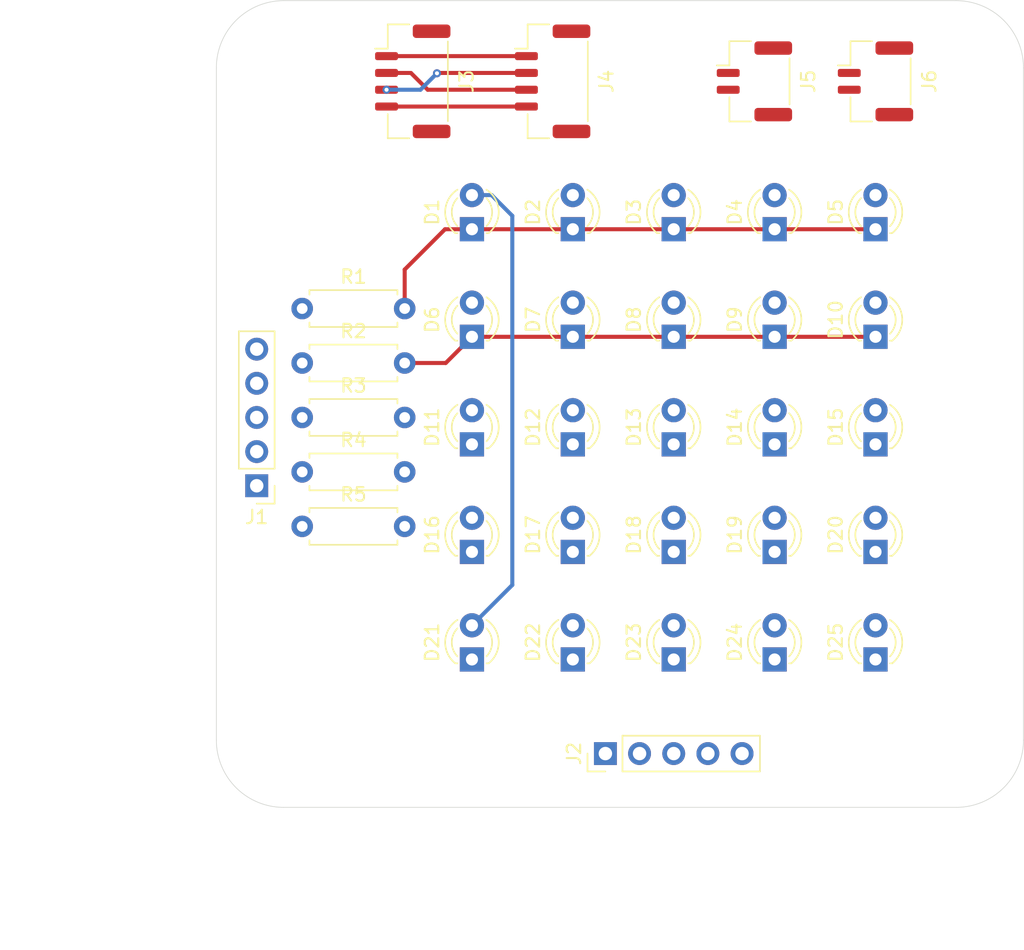
<source format=kicad_pcb>
(kicad_pcb (version 20240108) (generator "pcbnew") (generator_version "8.0")
  (layers (0 "F.Cu" signal) (31 "B.Cu" signal) (34 "B.Paste" user) (35 "F.Paste" user) (36 "B.SilkS" user "B.Silkscreen") (37 "F.SilkS" user "F.Silkscreen") (38 "B.Mask" user) (39 "F.Mask" user) (44 "Edge.Cuts" user))
  (net 0 "")
  (net 1 "Net-(D1-K)")
  (net 2 "Net-(D1-A)")
  (net 3 "Net-(D12-A)")
  (net 4 "Net-(D13-A)")
  (net 5 "Net-(D14-A)")
  (net 6 "Net-(D10-A)")
  (net 7 "Net-(D10-K)")
  (net 8 "Net-(D11-K)")
  (net 9 "Net-(D16-K)")
  (net 10 "Net-(D21-K)")
  (net 11 "Net-(J1-Pin_4)")
  (net 12 "Net-(J1-Pin_3)")
  (net 13 "Net-(J1-Pin_5)")
  (net 14 "Net-(J1-Pin_2)")
  (net 15 "Net-(J1-Pin_1)")
  (net 16 "+3V3")
  (net 17 "GND")
  (net 18 "/TX")
  (net 19 "/RX")
  (net 20 "/CAN_H")
  (net 21 "/CAN_L")
  (footprint "LED_THT:LED_D3.0mm" (layer "F.Cu") (at 99 62 90)
    (property "Reference" "D5" (at 1.27 -2.96 90) (layer "F.SilkS"))
    (property "Value" "LED")
    (fp_line (start -0.29 -1.236) (end -0.29 -1.08) (stroke (width 0.12)) (layer "F.SilkS"))
    (fp_line (start -0.29 1.08) (end -0.29 1.236) (stroke (width 0.12)) (layer "F.SilkS"))
    (fp_arc (start -0.29 -1.235516) (mid 1.366487 -1.987659) (end 2.942335 -1.078608) (stroke (width 0.12)) (layer "F.SilkS"))
    (fp_arc (start 0.229039 -1.08) (mid 1.270117 -1.5) (end 2.31113 -1.079837) (stroke (width 0.12)) (layer "F.SilkS"))
    (fp_arc (start 2.942335 1.078608) (mid 1.366487 1.987659) (end -0.29 1.235516) (stroke (width 0.12)) (layer "F.SilkS"))
    (fp_arc (start 2.31113 1.079837) (mid 1.270117 1.5) (end 0.229039 1.08) (stroke (width 0.12)) (layer "F.SilkS"))
    (pad "1" thru_hole rect (at 0 0 90) (size 1.8 1.8) (drill 0.9) (layers "*.Cu" "*.Mask") (net 1 "Net-(D1-K)"))
    (pad "2" thru_hole circle (at 2.54 0 90) (size 1.8 1.8) (drill 0.9) (layers "*.Cu" "*.Mask") (net 6 "Net-(D10-A)"))
  )
  (footprint "Resistor_THT:R_Axial_DIN0207_L6.3mm_D2.5mm_P7.62mm_Horizontal" (layer "F.Cu") (at 56.38 76)
    (property "Reference" "R3" (at 3.81 -2.37 0) (layer "F.SilkS"))
    (property "Value" "R_US")
    (fp_line (start 0.54 -1.37) (end 7.08 -1.37) (stroke (width 0.12)) (layer "F.SilkS"))
    (fp_line (start 0.54 -1.04) (end 0.54 -1.37) (stroke (width 0.12)) (layer "F.SilkS"))
    (fp_line (start 0.54 1.04) (end 0.54 1.37) (stroke (width 0.12)) (layer "F.SilkS"))
    (fp_line (start 0.54 1.37) (end 7.08 1.37) (stroke (width 0.12)) (layer "F.SilkS"))
    (fp_line (start 7.08 -1.37) (end 7.08 -1.04) (stroke (width 0.12)) (layer "F.SilkS"))
    (fp_line (start 7.08 1.37) (end 7.08 1.04) (stroke (width 0.12)) (layer "F.SilkS"))
    (pad "1" thru_hole circle (at 0 0) (size 1.6 1.6) (drill 0.8) (layers "*.Cu" "*.Mask") (net 12 "Net-(J1-Pin_3)"))
    (pad "2" thru_hole oval (at 7.62 0) (size 1.6 1.6) (drill 0.8) (layers "*.Cu" "*.Mask") (net 8 "Net-(D11-K)"))
  )
  (footprint "LED_THT:LED_D3.0mm" (layer "F.Cu") (at 99 70 90)
    (property "Reference" "D10" (at 1.27 -2.96 90) (layer "F.SilkS"))
    (property "Value" "LED")
    (fp_line (start -0.29 -1.236) (end -0.29 -1.08) (stroke (width 0.12)) (layer "F.SilkS"))
    (fp_line (start -0.29 1.08) (end -0.29 1.236) (stroke (width 0.12)) (layer "F.SilkS"))
    (fp_arc (start -0.29 -1.235516) (mid 1.366487 -1.987659) (end 2.942335 -1.078608) (stroke (width 0.12)) (layer "F.SilkS"))
    (fp_arc (start 0.229039 -1.08) (mid 1.270117 -1.5) (end 2.31113 -1.079837) (stroke (width 0.12)) (layer "F.SilkS"))
    (fp_arc (start 2.942335 1.078608) (mid 1.366487 1.987659) (end -0.29 1.235516) (stroke (width 0.12)) (layer "F.SilkS"))
    (fp_arc (start 2.31113 1.079837) (mid 1.270117 1.5) (end 0.229039 1.08) (stroke (width 0.12)) (layer "F.SilkS"))
    (pad "1" thru_hole rect (at 0 0 90) (size 1.8 1.8) (drill 0.9) (layers "*.Cu" "*.Mask") (net 7 "Net-(D10-K)"))
    (pad "2" thru_hole circle (at 2.54 0 90) (size 1.8 1.8) (drill 0.9) (layers "*.Cu" "*.Mask") (net 6 "Net-(D10-A)"))
  )
  (footprint "Resistor_THT:R_Axial_DIN0207_L6.3mm_D2.5mm_P7.62mm_Horizontal" (layer "F.Cu") (at 56.38 84.1)
    (property "Reference" "R5" (at 3.81 -2.37 0) (layer "F.SilkS"))
    (property "Value" "R_US")
    (fp_line (start 0.54 -1.37) (end 7.08 -1.37) (stroke (width 0.12)) (layer "F.SilkS"))
    (fp_line (start 0.54 -1.04) (end 0.54 -1.37) (stroke (width 0.12)) (layer "F.SilkS"))
    (fp_line (start 0.54 1.04) (end 0.54 1.37) (stroke (width 0.12)) (layer "F.SilkS"))
    (fp_line (start 0.54 1.37) (end 7.08 1.37) (stroke (width 0.12)) (layer "F.SilkS"))
    (fp_line (start 7.08 -1.37) (end 7.08 -1.04) (stroke (width 0.12)) (layer "F.SilkS"))
    (fp_line (start 7.08 1.37) (end 7.08 1.04) (stroke (width 0.12)) (layer "F.SilkS"))
    (pad "1" thru_hole circle (at 0 0) (size 1.6 1.6) (drill 0.8) (layers "*.Cu" "*.Mask") (net 15 "Net-(J1-Pin_1)"))
    (pad "2" thru_hole oval (at 7.62 0) (size 1.6 1.6) (drill 0.8) (layers "*.Cu" "*.Mask") (net 10 "Net-(D21-K)"))
  )
  (footprint "Connector_PinHeader_2.54mm:PinHeader_1x05_P2.54mm_Vertical" (layer "F.Cu") (at 53 81.08 180)
    (property "Reference" "J1" (at 0 -2.33 360) (layer "F.SilkS"))
    (property "Value" "Conn_01x05")
    (fp_line (start 1.33 1.27) (end 1.33 11.49) (stroke (width 0.12)) (layer "F.SilkS"))
    (fp_line (start -1.33 11.49) (end 1.33 11.49) (stroke (width 0.12)) (layer "F.SilkS"))
    (fp_line (start -1.33 1.27) (end 1.33 1.27) (stroke (width 0.12)) (layer "F.SilkS"))
    (fp_line (start -1.33 1.27) (end -1.33 11.49) (stroke (width 0.12)) (layer "F.SilkS"))
    (fp_line (start -1.33 0) (end -1.33 -1.33) (stroke (width 0.12)) (layer "F.SilkS"))
    (fp_line (start -1.33 -1.33) (end 0 -1.33) (stroke (width 0.12)) (layer "F.SilkS"))
    (pad "1" thru_hole rect (at 0 0 180) (size 1.7 1.7) (drill 1) (layers "*.Cu" "*.Mask") (net 15 "Net-(J1-Pin_1)"))
    (pad "2" thru_hole oval (at 0 2.54 180) (size 1.7 1.7) (drill 1) (layers "*.Cu" "*.Mask") (net 14 "Net-(J1-Pin_2)"))
    (pad "3" thru_hole oval (at 0 5.08 180) (size 1.7 1.7) (drill 1) (layers "*.Cu" "*.Mask") (net 12 "Net-(J1-Pin_3)"))
    (pad "4" thru_hole oval (at 0 7.62 180) (size 1.7 1.7) (drill 1) (layers "*.Cu" "*.Mask") (net 11 "Net-(J1-Pin_4)"))
    (pad "5" thru_hole oval (at 0 10.16 180) (size 1.7 1.7) (drill 1) (layers "*.Cu" "*.Mask") (net 13 "Net-(J1-Pin_5)"))
  )
  (footprint "LED_THT:LED_D3.0mm" (layer "F.Cu") (at 76.5 70 90)
    (property "Reference" "D7" (at 1.27 -2.96 90) (layer "F.SilkS"))
    (property "Value" "LED")
    (fp_line (start -0.29 -1.236) (end -0.29 -1.08) (stroke (width 0.12)) (layer "F.SilkS"))
    (fp_line (start -0.29 1.08) (end -0.29 1.236) (stroke (width 0.12)) (layer "F.SilkS"))
    (fp_arc (start -0.29 -1.235516) (mid 1.366487 -1.987659) (end 2.942335 -1.078608) (stroke (width 0.12)) (layer "F.SilkS"))
    (fp_arc (start 0.229039 -1.08) (mid 1.270117 -1.5) (end 2.31113 -1.079837) (stroke (width 0.12)) (layer "F.SilkS"))
    (fp_arc (start 2.942335 1.078608) (mid 1.366487 1.987659) (end -0.29 1.235516) (stroke (width 0.12)) (layer "F.SilkS"))
    (fp_arc (start 2.31113 1.079837) (mid 1.270117 1.5) (end 0.229039 1.08) (stroke (width 0.12)) (layer "F.SilkS"))
    (pad "1" thru_hole rect (at 0 0 90) (size 1.8 1.8) (drill 0.9) (layers "*.Cu" "*.Mask") (net 7 "Net-(D10-K)"))
    (pad "2" thru_hole circle (at 2.54 0 90) (size 1.8 1.8) (drill 0.9) (layers "*.Cu" "*.Mask") (net 3 "Net-(D12-A)"))
  )
  (footprint "LED_THT:LED_D3.0mm" (layer "F.Cu") (at 69 70 90)
    (property "Reference" "D6" (at 1.27 -2.96 90) (layer "F.SilkS"))
    (property "Value" "LED")
    (fp_line (start -0.29 -1.236) (end -0.29 -1.08) (stroke (width 0.12)) (layer "F.SilkS"))
    (fp_line (start -0.29 1.08) (end -0.29 1.236) (stroke (width 0.12)) (layer "F.SilkS"))
    (fp_arc (start -0.29 -1.235516) (mid 1.366487 -1.987659) (end 2.942335 -1.078608) (stroke (width 0.12)) (layer "F.SilkS"))
    (fp_arc (start 0.229039 -1.08) (mid 1.270117 -1.5) (end 2.31113 -1.079837) (stroke (width 0.12)) (layer "F.SilkS"))
    (fp_arc (start 2.942335 1.078608) (mid 1.366487 1.987659) (end -0.29 1.235516) (stroke (width 0.12)) (layer "F.SilkS"))
    (fp_arc (start 2.31113 1.079837) (mid 1.270117 1.5) (end 0.229039 1.08) (stroke (width 0.12)) (layer "F.SilkS"))
    (pad "1" thru_hole rect (at 0 0 90) (size 1.8 1.8) (drill 0.9) (layers "*.Cu" "*.Mask") (net 7 "Net-(D10-K)"))
    (pad "2" thru_hole circle (at 2.54 0 90) (size 1.8 1.8) (drill 0.9) (layers "*.Cu" "*.Mask") (net 2 "Net-(D1-A)"))
  )
  (footprint "LED_THT:LED_D3.0mm" (layer "F.Cu") (at 91.5 78 90)
    (property "Reference" "D14" (at 1.27 -2.96 90) (layer "F.SilkS"))
    (property "Value" "LED")
    (fp_line (start -0.29 -1.236) (end -0.29 -1.08) (stroke (width 0.12)) (layer "F.SilkS"))
    (fp_line (start -0.29 1.08) (end -0.29 1.236) (stroke (width 0.12)) (layer "F.SilkS"))
    (fp_arc (start -0.29 -1.235516) (mid 1.366487 -1.987659) (end 2.942335 -1.078608) (stroke (width 0.12)) (layer "F.SilkS"))
    (fp_arc (start 0.229039 -1.08) (mid 1.270117 -1.5) (end 2.31113 -1.079837) (stroke (width 0.12)) (layer "F.SilkS"))
    (fp_arc (start 2.942335 1.078608) (mid 1.366487 1.987659) (end -0.29 1.235516) (stroke (width 0.12)) (layer "F.SilkS"))
    (fp_arc (start 2.31113 1.079837) (mid 1.270117 1.5) (end 0.229039 1.08) (stroke (width 0.12)) (layer "F.SilkS"))
    (pad "1" thru_hole rect (at 0 0 90) (size 1.8 1.8) (drill 0.9) (layers "*.Cu" "*.Mask") (net 8 "Net-(D11-K)"))
    (pad "2" thru_hole circle (at 2.54 0 90) (size 1.8 1.8) (drill 0.9) (layers "*.Cu" "*.Mask") (net 5 "Net-(D14-A)"))
  )
  (footprint "LED_THT:LED_D3.0mm" (layer "F.Cu") (at 99 94 90)
    (property "Reference" "D25" (at 1.27 -2.96 90) (layer "F.SilkS"))
    (property "Value" "LED")
    (fp_line (start -0.29 -1.236) (end -0.29 -1.08) (stroke (width 0.12)) (layer "F.SilkS"))
    (fp_line (start -0.29 1.08) (end -0.29 1.236) (stroke (width 0.12)) (layer "F.SilkS"))
    (fp_arc (start -0.29 -1.235516) (mid 1.366487 -1.987659) (end 2.942335 -1.078608) (stroke (width 0.12)) (layer "F.SilkS"))
    (fp_arc (start 0.229039 -1.08) (mid 1.270117 -1.5) (end 2.31113 -1.079837) (stroke (width 0.12)) (layer "F.SilkS"))
    (fp_arc (start 2.942335 1.078608) (mid 1.366487 1.987659) (end -0.29 1.235516) (stroke (width 0.12)) (layer "F.SilkS"))
    (fp_arc (start 2.31113 1.079837) (mid 1.270117 1.5) (end 0.229039 1.08) (stroke (width 0.12)) (layer "F.SilkS"))
    (pad "1" thru_hole rect (at 0 0 90) (size 1.8 1.8) (drill 0.9) (layers "*.Cu" "*.Mask") (net 10 "Net-(D21-K)"))
    (pad "2" thru_hole circle (at 2.54 0 90) (size 1.8 1.8) (drill 0.9) (layers "*.Cu" "*.Mask") (net 6 "Net-(D10-A)"))
  )
  (footprint "LED_THT:LED_D3.0mm" (layer "F.Cu") (at 99 86 90)
    (property "Reference" "D20" (at 1.27 -2.96 90) (layer "F.SilkS"))
    (property "Value" "LED")
    (fp_line (start -0.29 -1.236) (end -0.29 -1.08) (stroke (width 0.12)) (layer "F.SilkS"))
    (fp_line (start -0.29 1.08) (end -0.29 1.236) (stroke (width 0.12)) (layer "F.SilkS"))
    (fp_arc (start -0.29 -1.235516) (mid 1.366487 -1.987659) (end 2.942335 -1.078608) (stroke (width 0.12)) (layer "F.SilkS"))
    (fp_arc (start 0.229039 -1.08) (mid 1.270117 -1.5) (end 2.31113 -1.079837) (stroke (width 0.12)) (layer "F.SilkS"))
    (fp_arc (start 2.942335 1.078608) (mid 1.366487 1.987659) (end -0.29 1.235516) (stroke (width 0.12)) (layer "F.SilkS"))
    (fp_arc (start 2.31113 1.079837) (mid 1.270117 1.5) (end 0.229039 1.08) (stroke (width 0.12)) (layer "F.SilkS"))
    (pad "1" thru_hole rect (at 0 0 90) (size 1.8 1.8) (drill 0.9) (layers "*.Cu" "*.Mask") (net 9 "Net-(D16-K)"))
    (pad "2" thru_hole circle (at 2.54 0 90) (size 1.8 1.8) (drill 0.9) (layers "*.Cu" "*.Mask") (net 6 "Net-(D10-A)"))
  )
  (footprint "LED_THT:LED_D3.0mm" (layer "F.Cu") (at 84 78 90)
    (property "Reference" "D13" (at 1.27 -2.96 90) (layer "F.SilkS"))
    (property "Value" "LED")
    (fp_line (start -0.29 -1.236) (end -0.29 -1.08) (stroke (width 0.12)) (layer "F.SilkS"))
    (fp_line (start -0.29 1.08) (end -0.29 1.236) (stroke (width 0.12)) (layer "F.SilkS"))
    (fp_arc (start -0.29 -1.235516) (mid 1.366487 -1.987659) (end 2.942335 -1.078608) (stroke (width 0.12)) (layer "F.SilkS"))
    (fp_arc (start 0.229039 -1.08) (mid 1.270117 -1.5) (end 2.31113 -1.079837) (stroke (width 0.12)) (layer "F.SilkS"))
    (fp_arc (start 2.942335 1.078608) (mid 1.366487 1.987659) (end -0.29 1.235516) (stroke (width 0.12)) (layer "F.SilkS"))
    (fp_arc (start 2.31113 1.079837) (mid 1.270117 1.5) (end 0.229039 1.08) (stroke (width 0.12)) (layer "F.SilkS"))
    (pad "1" thru_hole rect (at 0 0 90) (size 1.8 1.8) (drill 0.9) (layers "*.Cu" "*.Mask") (net 8 "Net-(D11-K)"))
    (pad "2" thru_hole circle (at 2.54 0 90) (size 1.8 1.8) (drill 0.9) (layers "*.Cu" "*.Mask") (net 4 "Net-(D13-A)"))
  )
  (footprint "LED_THT:LED_D3.0mm" (layer "F.Cu") (at 99 78 90)
    (property "Reference" "D15" (at 1.27 -2.96 90) (layer "F.SilkS"))
    (property "Value" "LED")
    (fp_line (start -0.29 -1.236) (end -0.29 -1.08) (stroke (width 0.12)) (layer "F.SilkS"))
    (fp_line (start -0.29 1.08) (end -0.29 1.236) (stroke (width 0.12)) (layer "F.SilkS"))
    (fp_arc (start -0.29 -1.235516) (mid 1.366487 -1.987659) (end 2.942335 -1.078608) (stroke (width 0.12)) (layer "F.SilkS"))
    (fp_arc (start 0.229039 -1.08) (mid 1.270117 -1.5) (end 2.31113 -1.079837) (stroke (width 0.12)) (layer "F.SilkS"))
    (fp_arc (start 2.942335 1.078608) (mid 1.366487 1.987659) (end -0.29 1.235516) (stroke (width 0.12)) (layer "F.SilkS"))
    (fp_arc (start 2.31113 1.079837) (mid 1.270117 1.5) (end 0.229039 1.08) (stroke (width 0.12)) (layer "F.SilkS"))
    (pad "1" thru_hole rect (at 0 0 90) (size 1.8 1.8) (drill 0.9) (layers "*.Cu" "*.Mask") (net 8 "Net-(D11-K)"))
    (pad "2" thru_hole circle (at 2.54 0 90) (size 1.8 1.8) (drill 0.9) (layers "*.Cu" "*.Mask") (net 6 "Net-(D10-A)"))
  )
  (footprint "Connector_JST:JST_GH_BM02B-GHS-TBT_1x02-1MP_P1.25mm_Vertical" (layer "F.Cu") (at 90 51 -90)
    (property "Reference" "J5" (at 0 -4 90) (layer "F.SilkS"))
    (property "Value" "Conn_01x02")
    (fp_line (start -2.985 1.86) (end -1.185 1.86) (stroke (width 0.12)) (layer "F.SilkS"))
    (fp_line (start -1.185 1.86) (end -1.185 2.8) (stroke (width 0.12)) (layer "F.SilkS"))
    (fp_line (start 2.985 1.86) (end 1.185 1.86) (stroke (width 0.12)) (layer "F.SilkS"))
    (fp_line (start -2.985 0.26) (end -2.985 1.86) (stroke (width 0.12)) (layer "F.SilkS"))
    (fp_line (start 2.985 0.26) (end 2.985 1.86) (stroke (width 0.12)) (layer "F.SilkS"))
    (fp_line (start -1.715 -2.61) (end 1.715 -2.61) (stroke (width 0.12)) (layer "F.SilkS"))
    (pad "1" smd roundrect (at -0.625 1.95 270) (size 0.6 1.7) (layers "F.Cu" "F.Paste" "F.Mask") (net 20 "/CAN_H"))
    (pad "2" smd roundrect (at 0.625 1.95 270) (size 0.6 1.7) (layers "F.Cu" "F.Paste" "F.Mask") (net 21 "/CAN_L"))
    (pad "MP" smd roundrect (at -2.475 -1.4 270) (size 1 2.8) (layers "F.Cu" "F.Paste" "F.Mask"))
    (pad "MP" smd roundrect (at 2.475 -1.4 270) (size 1 2.8) (layers "F.Cu" "F.Paste" "F.Mask"))
  )
  (footprint "LED_THT:LED_D3.0mm" (layer "F.Cu") (at 91.5 94 90)
    (property "Reference" "D24" (at 1.27 -2.96 90) (layer "F.SilkS"))
    (property "Value" "LED")
    (fp_line (start -0.29 -1.236) (end -0.29 -1.08) (stroke (width 0.12)) (layer "F.SilkS"))
    (fp_line (start -0.29 1.08) (end -0.29 1.236) (stroke (width 0.12)) (layer "F.SilkS"))
    (fp_arc (start -0.29 -1.235516) (mid 1.366487 -1.987659) (end 2.942335 -1.078608) (stroke (width 0.12)) (layer "F.SilkS"))
    (fp_arc (start 0.229039 -1.08) (mid 1.270117 -1.5) (end 2.31113 -1.079837) (stroke (width 0.12)) (layer "F.SilkS"))
    (fp_arc (start 2.942335 1.078608) (mid 1.366487 1.987659) (end -0.29 1.235516) (stroke (width 0.12)) (layer "F.SilkS"))
    (fp_arc (start 2.31113 1.079837) (mid 1.270117 1.5) (end 0.229039 1.08) (stroke (width 0.12)) (layer "F.SilkS"))
    (pad "1" thru_hole rect (at 0 0 90) (size 1.8 1.8) (drill 0.9) (layers "*.Cu" "*.Mask") (net 10 "Net-(D21-K)"))
    (pad "2" thru_hole circle (at 2.54 0 90) (size 1.8 1.8) (drill 0.9) (layers "*.Cu" "*.Mask") (net 5 "Net-(D14-A)"))
  )
  (footprint "Connector_JST:JST_GH_BM04B-GHS-TBT_1x04-1MP_P1.25mm_Vertical" (layer "F.Cu") (at 75 51 -90)
    (property "Reference" "J4" (at 0 -4 90) (layer "F.SilkS"))
    (property "Value" "Conn_01x04")
    (fp_line (start -4.235 1.86) (end -2.435 1.86) (stroke (width 0.12)) (layer "F.SilkS"))
    (fp_line (start -2.435 1.86) (end -2.435 2.8) (stroke (width 0.12)) (layer "F.SilkS"))
    (fp_line (start 4.235 1.86) (end 2.435 1.86) (stroke (width 0.12)) (layer "F.SilkS"))
    (fp_line (start -4.235 0.26) (end -4.235 1.86) (stroke (width 0.12)) (layer "F.SilkS"))
    (fp_line (start 4.235 0.26) (end 4.235 1.86) (stroke (width 0.12)) (layer "F.SilkS"))
    (fp_line (start -2.965 -2.61) (end 2.965 -2.61) (stroke (width 0.12)) (layer "F.SilkS"))
    (pad "1" smd roundrect (at -1.875 1.95 270) (size 0.6 1.7) (layers "F.Cu" "F.Paste" "F.Mask") (net 16 "+3V3"))
    (pad "2" smd roundrect (at -0.625 1.95 270) (size 0.6 1.7) (layers "F.Cu" "F.Paste" "F.Mask") (net 19 "/RX"))
    (pad "3" smd roundrect (at 0.625 1.95 270) (size 0.6 1.7) (layers "F.Cu" "F.Paste" "F.Mask") (net 18 "/TX"))
    (pad "4" smd roundrect (at 1.875 1.95 270) (size 0.6 1.7) (layers "F.Cu" "F.Paste" "F.Mask") (net 17 "GND"))
    (pad "MP" smd roundrect (at -3.725 -1.4 270) (size 1 2.8) (layers "F.Cu" "F.Paste" "F.Mask"))
    (pad "MP" smd roundrect (at 3.725 -1.4 270) (size 1 2.8) (layers "F.Cu" "F.Paste" "F.Mask"))
  )
  (footprint "LED_THT:LED_D3.0mm" (layer "F.Cu") (at 76.5 94 90)
    (property "Reference" "D22" (at 1.27 -2.96 90) (layer "F.SilkS"))
    (property "Value" "LED")
    (fp_line (start -0.29 -1.236) (end -0.29 -1.08) (stroke (width 0.12)) (layer "F.SilkS"))
    (fp_line (start -0.29 1.08) (end -0.29 1.236) (stroke (width 0.12)) (layer "F.SilkS"))
    (fp_arc (start -0.29 -1.235516) (mid 1.366487 -1.987659) (end 2.942335 -1.078608) (stroke (width 0.12)) (layer "F.SilkS"))
    (fp_arc (start 0.229039 -1.08) (mid 1.270117 -1.5) (end 2.31113 -1.079837) (stroke (width 0.12)) (layer "F.SilkS"))
    (fp_arc (start 2.942335 1.078608) (mid 1.366487 1.987659) (end -0.29 1.235516) (stroke (width 0.12)) (layer "F.SilkS"))
    (fp_arc (start 2.31113 1.079837) (mid 1.270117 1.5) (end 0.229039 1.08) (stroke (width 0.12)) (layer "F.SilkS"))
    (pad "1" thru_hole rect (at 0 0 90) (size 1.8 1.8) (drill 0.9) (layers "*.Cu" "*.Mask") (net 10 "Net-(D21-K)"))
    (pad "2" thru_hole circle (at 2.54 0 90) (size 1.8 1.8) (drill 0.9) (layers "*.Cu" "*.Mask") (net 3 "Net-(D12-A)"))
  )
  (footprint "LED_THT:LED_D3.0mm" (layer "F.Cu") (at 69 94 90)
    (property "Reference" "D21" (at 1.27 -2.96 90) (layer "F.SilkS"))
    (property "Value" "LED")
    (fp_line (start -0.29 -1.236) (end -0.29 -1.08) (stroke (width 0.12)) (layer "F.SilkS"))
    (fp_line (start -0.29 1.08) (end -0.29 1.236) (stroke (width 0.12)) (layer "F.SilkS"))
    (fp_arc (start -0.29 -1.235516) (mid 1.366487 -1.987659) (end 2.942335 -1.078608) (stroke (width 0.12)) (layer "F.SilkS"))
    (fp_arc (start 0.229039 -1.08) (mid 1.270117 -1.5) (end 2.31113 -1.079837) (stroke (width 0.12)) (layer "F.SilkS"))
    (fp_arc (start 2.942335 1.078608) (mid 1.366487 1.987659) (end -0.29 1.235516) (stroke (width 0.12)) (layer "F.SilkS"))
    (fp_arc (start 2.31113 1.079837) (mid 1.270117 1.5) (end 0.229039 1.08) (stroke (width 0.12)) (layer "F.SilkS"))
    (pad "1" thru_hole rect (at 0 0 90) (size 1.8 1.8) (drill 0.9) (layers "*.Cu" "*.Mask") (net 10 "Net-(D21-K)"))
    (pad "2" thru_hole circle (at 2.54 0 90) (size 1.8 1.8) (drill 0.9) (layers "*.Cu" "*.Mask") (net 2 "Net-(D1-A)"))
  )
  (footprint "LED_THT:LED_D3.0mm" (layer "F.Cu") (at 76.5 78 90)
    (property "Reference" "D12" (at 1.27 -2.96 90) (layer "F.SilkS"))
    (property "Value" "LED")
    (fp_line (start -0.29 -1.236) (end -0.29 -1.08) (stroke (width 0.12)) (layer "F.SilkS"))
    (fp_line (start -0.29 1.08) (end -0.29 1.236) (stroke (width 0.12)) (layer "F.SilkS"))
    (fp_arc (start -0.29 -1.235516) (mid 1.366487 -1.987659) (end 2.942335 -1.078608) (stroke (width 0.12)) (layer "F.SilkS"))
    (fp_arc (start 0.229039 -1.08) (mid 1.270117 -1.5) (end 2.31113 -1.079837) (stroke (width 0.12)) (layer "F.SilkS"))
    (fp_arc (start 2.942335 1.078608) (mid 1.366487 1.987659) (end -0.29 1.235516) (stroke (width 0.12)) (layer "F.SilkS"))
    (fp_arc (start 2.31113 1.079837) (mid 1.270117 1.5) (end 0.229039 1.08) (stroke (width 0.12)) (layer "F.SilkS"))
    (pad "1" thru_hole rect (at 0 0 90) (size 1.8 1.8) (drill 0.9) (layers "*.Cu" "*.Mask") (net 8 "Net-(D11-K)"))
    (pad "2" thru_hole circle (at 2.54 0 90) (size 1.8 1.8) (drill 0.9) (layers "*.Cu" "*.Mask") (net 3 "Net-(D12-A)"))
  )
  (footprint "LED_THT:LED_D3.0mm" (layer "F.Cu") (at 84 62 90)
    (property "Reference" "D3" (at 1.27 -2.96 90) (layer "F.SilkS"))
    (property "Value" "LED")
    (fp_line (start -0.29 -1.236) (end -0.29 -1.08) (stroke (width 0.12)) (layer "F.SilkS"))
    (fp_line (start -0.29 1.08) (end -0.29 1.236) (stroke (width 0.12)) (layer "F.SilkS"))
    (fp_arc (start -0.29 -1.235516) (mid 1.366487 -1.987659) (end 2.942335 -1.078608) (stroke (width 0.12)) (layer "F.SilkS"))
    (fp_arc (start 0.229039 -1.08) (mid 1.270117 -1.5) (end 2.31113 -1.079837) (stroke (width 0.12)) (layer "F.SilkS"))
    (fp_arc (start 2.942335 1.078608) (mid 1.366487 1.987659) (end -0.29 1.235516) (stroke (width 0.12)) (layer "F.SilkS"))
    (fp_arc (start 2.31113 1.079837) (mid 1.270117 1.5) (end 0.229039 1.08) (stroke (width 0.12)) (layer "F.SilkS"))
    (pad "1" thru_hole rect (at 0 0 90) (size 1.8 1.8) (drill 0.9) (layers "*.Cu" "*.Mask") (net 1 "Net-(D1-K)"))
    (pad "2" thru_hole circle (at 2.54 0 90) (size 1.8 1.8) (drill 0.9) (layers "*.Cu" "*.Mask") (net 4 "Net-(D13-A)"))
  )
  (footprint "LED_THT:LED_D3.0mm" (layer "F.Cu") (at 91.5 86 90)
    (property "Reference" "D19" (at 1.27 -2.96 90) (layer "F.SilkS"))
    (property "Value" "LED")
    (fp_line (start -0.29 -1.236) (end -0.29 -1.08) (stroke (width 0.12)) (layer "F.SilkS"))
    (fp_line (start -0.29 1.08) (end -0.29 1.236) (stroke (width 0.12)) (layer "F.SilkS"))
    (fp_arc (start -0.29 -1.235516) (mid 1.366487 -1.987659) (end 2.942335 -1.078608) (stroke (width 0.12)) (layer "F.SilkS"))
    (fp_arc (start 0.229039 -1.08) (mid 1.270117 -1.5) (end 2.31113 -1.079837) (stroke (width 0.12)) (layer "F.SilkS"))
    (fp_arc (start 2.942335 1.078608) (mid 1.366487 1.987659) (end -0.29 1.235516) (stroke (width 0.12)) (layer "F.SilkS"))
    (fp_arc (start 2.31113 1.079837) (mid 1.270117 1.5) (end 0.229039 1.08) (stroke (width 0.12)) (layer "F.SilkS"))
    (pad "1" thru_hole rect (at 0 0 90) (size 1.8 1.8) (drill 0.9) (layers "*.Cu" "*.Mask") (net 9 "Net-(D16-K)"))
    (pad "2" thru_hole circle (at 2.54 0 90) (size 1.8 1.8) (drill 0.9) (layers "*.Cu" "*.Mask") (net 5 "Net-(D14-A)"))
  )
  (footprint "LED_THT:LED_D3.0mm" (layer "F.Cu") (at 91.5 62 90)
    (property "Reference" "D4" (at 1.27 -2.96 90) (layer "F.SilkS"))
    (property "Value" "LED")
    (fp_line (start -0.29 -1.236) (end -0.29 -1.08) (stroke (width 0.12)) (layer "F.SilkS"))
    (fp_line (start -0.29 1.08) (end -0.29 1.236) (stroke (width 0.12)) (layer "F.SilkS"))
    (fp_arc (start -0.29 -1.235516) (mid 1.366487 -1.987659) (end 2.942335 -1.078608) (stroke (width 0.12)) (layer "F.SilkS"))
    (fp_arc (start 0.229039 -1.08) (mid 1.270117 -1.5) (end 2.31113 -1.079837) (stroke (width 0.12)) (layer "F.SilkS"))
    (fp_arc (start 2.942335 1.078608) (mid 1.366487 1.987659) (end -0.29 1.235516) (stroke (width 0.12)) (layer "F.SilkS"))
    (fp_arc (start 2.31113 1.079837) (mid 1.270117 1.5) (end 0.229039 1.08) (stroke (width 0.12)) (layer "F.SilkS"))
    (pad "1" thru_hole rect (at 0 0 90) (size 1.8 1.8) (drill 0.9) (layers "*.Cu" "*.Mask") (net 1 "Net-(D1-K)"))
    (pad "2" thru_hole circle (at 2.54 0 90) (size 1.8 1.8) (drill 0.9) (layers "*.Cu" "*.Mask") (net 5 "Net-(D14-A)"))
  )
  (footprint "Resistor_THT:R_Axial_DIN0207_L6.3mm_D2.5mm_P7.62mm_Horizontal" (layer "F.Cu") (at 56.38 80.05)
    (property "Reference" "R4" (at 3.81 -2.37 0) (layer "F.SilkS"))
    (property "Value" "R_US")
    (fp_line (start 0.54 -1.37) (end 7.08 -1.37) (stroke (width 0.12)) (layer "F.SilkS"))
    (fp_line (start 0.54 -1.04) (end 0.54 -1.37) (stroke (width 0.12)) (layer "F.SilkS"))
    (fp_line (start 0.54 1.04) (end 0.54 1.37) (stroke (width 0.12)) (layer "F.SilkS"))
    (fp_line (start 0.54 1.37) (end 7.08 1.37) (stroke (width 0.12)) (layer "F.SilkS"))
    (fp_line (start 7.08 -1.37) (end 7.08 -1.04) (stroke (width 0.12)) (layer "F.SilkS"))
    (fp_line (start 7.08 1.37) (end 7.08 1.04) (stroke (width 0.12)) (layer "F.SilkS"))
    (pad "1" thru_hole circle (at 0 0) (size 1.6 1.6) (drill 0.8) (layers "*.Cu" "*.Mask") (net 14 "Net-(J1-Pin_2)"))
    (pad "2" thru_hole oval (at 7.62 0) (size 1.6 1.6) (drill 0.8) (layers "*.Cu" "*.Mask") (net 9 "Net-(D16-K)"))
  )
  (footprint "LED_THT:LED_D3.0mm" (layer "F.Cu") (at 91.5 70 90)
    (property "Reference" "D9" (at 1.27 -2.96 90) (layer "F.SilkS"))
    (property "Value" "LED")
    (fp_line (start -0.29 -1.236) (end -0.29 -1.08) (stroke (width 0.12)) (layer "F.SilkS"))
    (fp_line (start -0.29 1.08) (end -0.29 1.236) (stroke (width 0.12)) (layer "F.SilkS"))
    (fp_arc (start -0.29 -1.235516) (mid 1.366487 -1.987659) (end 2.942335 -1.078608) (stroke (width 0.12)) (layer "F.SilkS"))
    (fp_arc (start 0.229039 -1.08) (mid 1.270117 -1.5) (end 2.31113 -1.079837) (stroke (width 0.12)) (layer "F.SilkS"))
    (fp_arc (start 2.942335 1.078608) (mid 1.366487 1.987659) (end -0.29 1.235516) (stroke (width 0.12)) (layer "F.SilkS"))
    (fp_arc (start 2.31113 1.079837) (mid 1.270117 1.5) (end 0.229039 1.08) (stroke (width 0.12)) (layer "F.SilkS"))
    (pad "1" thru_hole rect (at 0 0 90) (size 1.8 1.8) (drill 0.9) (layers "*.Cu" "*.Mask") (net 7 "Net-(D10-K)"))
    (pad "2" thru_hole circle (at 2.54 0 90) (size 1.8 1.8) (drill 0.9) (layers "*.Cu" "*.Mask") (net 5 "Net-(D14-A)"))
  )
  (footprint "Connector_PinHeader_2.54mm:PinHeader_1x05_P2.54mm_Vertical" (layer "F.Cu") (at 78.92 101 90)
    (property "Reference" "J2" (at 0 -2.33 90) (layer "F.SilkS"))
    (property "Value" "Conn_01x05")
    (fp_line (start -1.33 -1.33) (end 0 -1.33) (stroke (width 0.12)) (layer "F.SilkS"))
    (fp_line (start -1.33 0) (end -1.33 -1.33) (stroke (width 0.12)) (layer "F.SilkS"))
    (fp_line (start 1.33 1.27) (end 1.33 11.49) (stroke (width 0.12)) (layer "F.SilkS"))
    (fp_line (start -1.33 1.27) (end 1.33 1.27) (stroke (width 0.12)) (layer "F.SilkS"))
    (fp_line (start -1.33 1.27) (end -1.33 11.49) (stroke (width 0.12)) (layer "F.SilkS"))
    (fp_line (start -1.33 11.49) (end 1.33 11.49) (stroke (width 0.12)) (layer "F.SilkS"))
    (pad "1" thru_hole rect (at 0 0 90) (size 1.7 1.7) (drill 1) (layers "*.Cu" "*.Mask") (net 2 "Net-(D1-A)"))
    (pad "2" thru_hole oval (at 0 2.54 90) (size 1.7 1.7) (drill 1) (layers "*.Cu" "*.Mask") (net 3 "Net-(D12-A)"))
    (pad "3" thru_hole oval (at 0 5.08 90) (size 1.7 1.7) (drill 1) (layers "*.Cu" "*.Mask") (net 4 "Net-(D13-A)"))
    (pad "4" thru_hole oval (at 0 7.62 90) (size 1.7 1.7) (drill 1) (layers "*.Cu" "*.Mask") (net 5 "Net-(D14-A)"))
    (pad "5" thru_hole oval (at 0 10.16 90) (size 1.7 1.7) (drill 1) (layers "*.Cu" "*.Mask") (net 6 "Net-(D10-A)"))
  )
  (footprint "LED_THT:LED_D3.0mm" (layer "F.Cu") (at 69 86 90)
    (property "Reference" "D16" (at 1.27 -2.96 90) (layer "F.SilkS"))
    (property "Value" "LED")
    (fp_line (start -0.29 -1.236) (end -0.29 -1.08) (stroke (width 0.12)) (layer "F.SilkS"))
    (fp_line (start -0.29 1.08) (end -0.29 1.236) (stroke (width 0.12)) (layer "F.SilkS"))
    (fp_arc (start -0.29 -1.235516) (mid 1.366487 -1.987659) (end 2.942335 -1.078608) (stroke (width 0.12)) (layer "F.SilkS"))
    (fp_arc (start 0.229039 -1.08) (mid 1.270117 -1.5) (end 2.31113 -1.079837) (stroke (width 0.12)) (layer "F.SilkS"))
    (fp_arc (start 2.942335 1.078608) (mid 1.366487 1.987659) (end -0.29 1.235516) (stroke (width 0.12)) (layer "F.SilkS"))
    (fp_arc (start 2.31113 1.079837) (mid 1.270117 1.5) (end 0.229039 1.08) (stroke (width 0.12)) (layer "F.SilkS"))
    (pad "1" thru_hole rect (at 0 0 90) (size 1.8 1.8) (drill 0.9) (layers "*.Cu" "*.Mask") (net 9 "Net-(D16-K)"))
    (pad "2" thru_hole circle (at 2.54 0 90) (size 1.8 1.8) (drill 0.9) (layers "*.Cu" "*.Mask") (net 2 "Net-(D1-A)"))
  )
  (footprint "LED_THT:LED_D3.0mm" (layer "F.Cu") (at 69 78 90)
    (property "Reference" "D11" (at 1.27 -2.96 90) (layer "F.SilkS"))
    (property "Value" "LED")
    (fp_line (start -0.29 -1.236) (end -0.29 -1.08) (stroke (width 0.12)) (layer "F.SilkS"))
    (fp_line (start -0.29 1.08) (end -0.29 1.236) (stroke (width 0.12)) (layer "F.SilkS"))
    (fp_arc (start -0.29 -1.235516) (mid 1.366487 -1.987659) (end 2.942335 -1.078608) (stroke (width 0.12)) (layer "F.SilkS"))
    (fp_arc (start 0.229039 -1.08) (mid 1.270117 -1.5) (end 2.31113 -1.079837) (stroke (width 0.12)) (layer "F.SilkS"))
    (fp_arc (start 2.942335 1.078608) (mid 1.366487 1.987659) (end -0.29 1.235516) (stroke (width 0.12)) (layer "F.SilkS"))
    (fp_arc (start 2.31113 1.079837) (mid 1.270117 1.5) (end 0.229039 1.08) (stroke (width 0.12)) (layer "F.SilkS"))
    (pad "1" thru_hole rect (at 0 0 90) (size 1.8 1.8) (drill 0.9) (layers "*.Cu" "*.Mask") (net 8 "Net-(D11-K)"))
    (pad "2" thru_hole circle (at 2.54 0 90) (size 1.8 1.8) (drill 0.9) (layers "*.Cu" "*.Mask") (net 2 "Net-(D1-A)"))
  )
  (footprint "LED_THT:LED_D3.0mm" (layer "F.Cu") (at 84 70 90)
    (property "Reference" "D8" (at 1.27 -2.96 90) (layer "F.SilkS"))
    (property "Value" "LED")
    (fp_line (start -0.29 -1.236) (end -0.29 -1.08) (stroke (width 0.12)) (layer "F.SilkS"))
    (fp_line (start -0.29 1.08) (end -0.29 1.236) (stroke (width 0.12)) (layer "F.SilkS"))
    (fp_arc (start -0.29 -1.235516) (mid 1.366487 -1.987659) (end 2.942335 -1.078608) (stroke (width 0.12)) (layer "F.SilkS"))
    (fp_arc (start 0.229039 -1.08) (mid 1.270117 -1.5) (end 2.31113 -1.079837) (stroke (width 0.12)) (layer "F.SilkS"))
    (fp_arc (start 2.942335 1.078608) (mid 1.366487 1.987659) (end -0.29 1.235516) (stroke (width 0.12)) (layer "F.SilkS"))
    (fp_arc (start 2.31113 1.079837) (mid 1.270117 1.5) (end 0.229039 1.08) (stroke (width 0.12)) (layer "F.SilkS"))
    (pad "1" thru_hole rect (at 0 0 90) (size 1.8 1.8) (drill 0.9) (layers "*.Cu" "*.Mask") (net 7 "Net-(D10-K)"))
    (pad "2" thru_hole circle (at 2.54 0 90) (size 1.8 1.8) (drill 0.9) (layers "*.Cu" "*.Mask") (net 4 "Net-(D13-A)"))
  )
  (footprint "Connector_JST:JST_GH_BM02B-GHS-TBT_1x02-1MP_P1.25mm_Vertical" (layer "F.Cu") (at 99 51 -90)
    (property "Reference" "J6" (at 0 -4 90) (layer "F.SilkS"))
    (property "Value" "Conn_01x02")
    (fp_line (start -2.985 1.86) (end -1.185 1.86) (stroke (width 0.12)) (layer "F.SilkS"))
    (fp_line (start -1.185 1.86) (end -1.185 2.8) (stroke (width 0.12)) (layer "F.SilkS"))
    (fp_line (start 2.985 1.86) (end 1.185 1.86) (stroke (width 0.12)) (layer "F.SilkS"))
    (fp_line (start -2.985 0.26) (end -2.985 1.86) (stroke (width 0.12)) (layer "F.SilkS"))
    (fp_line (start 2.985 0.26) (end 2.985 1.86) (stroke (width 0.12)) (layer "F.SilkS"))
    (fp_line (start -1.715 -2.61) (end 1.715 -2.61) (stroke (width 0.12)) (layer "F.SilkS"))
    (pad "1" smd roundrect (at -0.625 1.95 270) (size 0.6 1.7) (layers "F.Cu" "F.Paste" "F.Mask") (net 20 "/CAN_H"))
    (pad "2" smd roundrect (at 0.625 1.95 270) (size 0.6 1.7) (layers "F.Cu" "F.Paste" "F.Mask") (net 21 "/CAN_L"))
    (pad "MP" smd roundrect (at -2.475 -1.4 270) (size 1 2.8) (layers "F.Cu" "F.Paste" "F.Mask"))
    (pad "MP" smd roundrect (at 2.475 -1.4 270) (size 1 2.8) (layers "F.Cu" "F.Paste" "F.Mask"))
  )
  (footprint "LED_THT:LED_D3.0mm" (layer "F.Cu") (at 76.5 86 90)
    (property "Reference" "D17" (at 1.27 -2.96 90) (layer "F.SilkS"))
    (property "Value" "LED")
    (fp_line (start -0.29 -1.236) (end -0.29 -1.08) (stroke (width 0.12)) (layer "F.SilkS"))
    (fp_line (start -0.29 1.08) (end -0.29 1.236) (stroke (width 0.12)) (layer "F.SilkS"))
    (fp_arc (start -0.29 -1.235516) (mid 1.366487 -1.987659) (end 2.942335 -1.078608) (stroke (width 0.12)) (layer "F.SilkS"))
    (fp_arc (start 0.229039 -1.08) (mid 1.270117 -1.5) (end 2.31113 -1.079837) (stroke (width 0.12)) (layer "F.SilkS"))
    (fp_arc (start 2.942335 1.078608) (mid 1.366487 1.987659) (end -0.29 1.235516) (stroke (width 0.12)) (layer "F.SilkS"))
    (fp_arc (start 2.31113 1.079837) (mid 1.270117 1.5) (end 0.229039 1.08) (stroke (width 0.12)) (layer "F.SilkS"))
    (pad "1" thru_hole rect (at 0 0 90) (size 1.8 1.8) (drill 0.9) (layers "*.Cu" "*.Mask") (net 9 "Net-(D16-K)"))
    (pad "2" thru_hole circle (at 2.54 0 90) (size 1.8 1.8) (drill 0.9) (layers "*.Cu" "*.Mask") (net 3 "Net-(D12-A)"))
  )
  (footprint "LED_THT:LED_D3.0mm" (layer "F.Cu") (at 84 94 90)
    (property "Reference" "D23" (at 1.27 -2.96 90) (layer "F.SilkS"))
    (property "Value" "LED")
    (fp_line (start -0.29 -1.236) (end -0.29 -1.08) (stroke (width 0.12)) (layer "F.SilkS"))
    (fp_line (start -0.29 1.08) (end -0.29 1.236) (stroke (width 0.12)) (layer "F.SilkS"))
    (fp_arc (start -0.29 -1.235516) (mid 1.366487 -1.987659) (end 2.942335 -1.078608) (stroke (width 0.12)) (layer "F.SilkS"))
    (fp_arc (start 0.229039 -1.08) (mid 1.270117 -1.5) (end 2.31113 -1.079837) (stroke (width 0.12)) (layer "F.SilkS"))
    (fp_arc (start 2.942335 1.078608) (mid 1.366487 1.987659) (end -0.29 1.235516) (stroke (width 0.12)) (layer "F.SilkS"))
    (fp_arc (start 2.31113 1.079837) (mid 1.270117 1.5) (end 0.229039 1.08) (stroke (width 0.12)) (layer "F.SilkS"))
    (pad "1" thru_hole rect (at 0 0 90) (size 1.8 1.8) (drill 0.9) (layers "*.Cu" "*.Mask") (net 10 "Net-(D21-K)"))
    (pad "2" thru_hole circle (at 2.54 0 90) (size 1.8 1.8) (drill 0.9) (layers "*.Cu" "*.Mask") (net 4 "Net-(D13-A)"))
  )
  (footprint "Connector_JST:JST_GH_BM04B-GHS-TBT_1x04-1MP_P1.25mm_Vertical" (layer "F.Cu") (at 64.6 51 -90)
    (property "Reference" "J3" (at 0 -4 90) (layer "F.SilkS"))
    (property "Value" "Conn_01x04")
    (fp_line (start -4.235 1.86) (end -2.435 1.86) (stroke (width 0.12)) (layer "F.SilkS"))
    (fp_line (start -2.435 1.86) (end -2.435 2.8) (stroke (width 0.12)) (layer "F.SilkS"))
    (fp_line (start 4.235 1.86) (end 2.435 1.86) (stroke (width 0.12)) (layer "F.SilkS"))
    (fp_line (start -4.235 0.26) (end -4.235 1.86) (stroke (width 0.12)) (layer "F.SilkS"))
    (fp_line (start 4.235 0.26) (end 4.235 1.86) (stroke (width 0.12)) (layer "F.SilkS"))
    (fp_line (start -2.965 -2.61) (end 2.965 -2.61) (stroke (width 0.12)) (layer "F.SilkS"))
    (pad "1" smd roundrect (at -1.875 1.95 270) (size 0.6 1.7) (layers "F.Cu" "F.Paste" "F.Mask") (net 16 "+3V3"))
    (pad "2" smd roundrect (at -0.625 1.95 270) (size 0.6 1.7) (layers "F.Cu" "F.Paste" "F.Mask") (net 18 "/TX"))
    (pad "3" smd roundrect (at 0.625 1.95 270) (size 0.6 1.7) (layers "F.Cu" "F.Paste" "F.Mask") (net 19 "/RX"))
    (pad "4" smd roundrect (at 1.875 1.95 270) (size 0.6 1.7) (layers "F.Cu" "F.Paste" "F.Mask") (net 17 "GND"))
    (pad "MP" smd roundrect (at -3.725 -1.4 270) (size 1 2.8) (layers "F.Cu" "F.Paste" "F.Mask"))
    (pad "MP" smd roundrect (at 3.725 -1.4 270) (size 1 2.8) (layers "F.Cu" "F.Paste" "F.Mask"))
  )
  (footprint "Resistor_THT:R_Axial_DIN0207_L6.3mm_D2.5mm_P7.62mm_Horizontal" (layer "F.Cu") (at 56.38 71.95)
    (property "Reference" "R2" (at 3.81 -2.37 0) (layer "F.SilkS"))
    (property "Value" "R_US")
    (fp_line (start 0.54 -1.37) (end 7.08 -1.37) (stroke (width 0.12)) (layer "F.SilkS"))
    (fp_line (start 0.54 -1.04) (end 0.54 -1.37) (stroke (width 0.12)) (layer "F.SilkS"))
    (fp_line (start 0.54 1.04) (end 0.54 1.37) (stroke (width 0.12)) (layer "F.SilkS"))
    (fp_line (start 0.54 1.37) (end 7.08 1.37) (stroke (width 0.12)) (layer "F.SilkS"))
    (fp_line (start 7.08 -1.37) (end 7.08 -1.04) (stroke (width 0.12)) (layer "F.SilkS"))
    (fp_line (start 7.08 1.37) (end 7.08 1.04) (stroke (width 0.12)) (layer "F.SilkS"))
    (pad "1" thru_hole circle (at 0 0) (size 1.6 1.6) (drill 0.8) (layers "*.Cu" "*.Mask") (net 11 "Net-(J1-Pin_4)"))
    (pad "2" thru_hole oval (at 7.62 0) (size 1.6 1.6) (drill 0.8) (layers "*.Cu" "*.Mask") (net 7 "Net-(D10-K)"))
  )
  (footprint "LED_THT:LED_D3.0mm" (layer "F.Cu") (at 84 86 90)
    (property "Reference" "D18" (at 1.27 -2.96 90) (layer "F.SilkS"))
    (property "Value" "LED")
    (fp_line (start -0.29 -1.236) (end -0.29 -1.08) (stroke (width 0.12)) (layer "F.SilkS"))
    (fp_line (start -0.29 1.08) (end -0.29 1.236) (stroke (width 0.12)) (layer "F.SilkS"))
    (fp_arc (start -0.29 -1.235516) (mid 1.366487 -1.987659) (end 2.942335 -1.078608) (stroke (width 0.12)) (layer "F.SilkS"))
    (fp_arc (start 0.229039 -1.08) (mid 1.270117 -1.5) (end 2.31113 -1.079837) (stroke (width 0.12)) (layer "F.SilkS"))
    (fp_arc (start 2.942335 1.078608) (mid 1.366487 1.987659) (end -0.29 1.235516) (stroke (width 0.12)) (layer "F.SilkS"))
    (fp_arc (start 2.31113 1.079837) (mid 1.270117 1.5) (end 0.229039 1.08) (stroke (width 0.12)) (layer "F.SilkS"))
    (pad "1" thru_hole rect (at 0 0 90) (size 1.8 1.8) (drill 0.9) (layers "*.Cu" "*.Mask") (net 9 "Net-(D16-K)"))
    (pad "2" thru_hole circle (at 2.54 0 90) (size 1.8 1.8) (drill 0.9) (layers "*.Cu" "*.Mask") (net 4 "Net-(D13-A)"))
  )
  (footprint "Resistor_THT:R_Axial_DIN0207_L6.3mm_D2.5mm_P7.62mm_Horizontal" (layer "F.Cu") (at 56.38 67.9)
    (property "Reference" "R1" (at 3.81 -2.37 0) (layer "F.SilkS"))
    (property "Value" "R_US")
    (fp_line (start 0.54 -1.37) (end 7.08 -1.37) (stroke (width 0.12)) (layer "F.SilkS"))
    (fp_line (start 0.54 -1.04) (end 0.54 -1.37) (stroke (width 0.12)) (layer "F.SilkS"))
    (fp_line (start 0.54 1.04) (end 0.54 1.37) (stroke (width 0.12)) (layer "F.SilkS"))
    (fp_line (start 0.54 1.37) (end 7.08 1.37) (stroke (width 0.12)) (layer "F.SilkS"))
    (fp_line (start 7.08 -1.37) (end 7.08 -1.04) (stroke (width 0.12)) (layer "F.SilkS"))
    (fp_line (start 7.08 1.37) (end 7.08 1.04) (stroke (width 0.12)) (layer "F.SilkS"))
    (pad "1" thru_hole circle (at 0 0) (size 1.6 1.6) (drill 0.8) (layers "*.Cu" "*.Mask") (net 13 "Net-(J1-Pin_5)"))
    (pad "2" thru_hole oval (at 7.62 0) (size 1.6 1.6) (drill 0.8) (layers "*.Cu" "*.Mask") (net 1 "Net-(D1-K)"))
  )
  (footprint "LED_THT:LED_D3.0mm" (layer "F.Cu") (at 76.5 62 90)
    (property "Reference" "D2" (at 1.27 -2.96 90) (layer "F.SilkS"))
    (property "Value" "LED")
    (fp_line (start -0.29 -1.236) (end -0.29 -1.08) (stroke (width 0.12)) (layer "F.SilkS"))
    (fp_line (start -0.29 1.08) (end -0.29 1.236) (stroke (width 0.12)) (layer "F.SilkS"))
    (fp_arc (start -0.29 -1.235516) (mid 1.366487 -1.987659) (end 2.942335 -1.078608) (stroke (width 0.12)) (layer "F.SilkS"))
    (fp_arc (start 0.229039 -1.08) (mid 1.270117 -1.5) (end 2.31113 -1.079837) (stroke (width 0.12)) (layer "F.SilkS"))
    (fp_arc (start 2.942335 1.078608) (mid 1.366487 1.987659) (end -0.29 1.235516) (stroke (width 0.12)) (layer "F.SilkS"))
    (fp_arc (start 2.31113 1.079837) (mid 1.270117 1.5) (end 0.229039 1.08) (stroke (width 0.12)) (layer "F.SilkS"))
    (pad "1" thru_hole rect (at 0 0 90) (size 1.8 1.8) (drill 0.9) (layers "*.Cu" "*.Mask") (net 1 "Net-(D1-K)"))
    (pad "2" thru_hole circle (at 2.54 0 90) (size 1.8 1.8) (drill 0.9) (layers "*.Cu" "*.Mask") (net 3 "Net-(D12-A)"))
  )
  (footprint "LED_THT:LED_D3.0mm" (layer "F.Cu") (at 69 62 90)
    (property "Reference" "D1" (at 1.27 -2.96 90) (layer "F.SilkS"))
    (property "Value" "LED")
    (fp_line (start -0.29 -1.236) (end -0.29 -1.08) (stroke (width 0.12)) (layer "F.SilkS"))
    (fp_line (start -0.29 1.08) (end -0.29 1.236) (stroke (width 0.12)) (layer "F.SilkS"))
    (fp_arc (start -0.29 -1.235516) (mid 1.366487 -1.987659) (end 2.942335 -1.078608) (stroke (width 0.12)) (layer "F.SilkS"))
    (fp_arc (start 0.229039 -1.08) (mid 1.270117 -1.5) (end 2.31113 -1.079837) (stroke (width 0.12)) (layer "F.SilkS"))
    (fp_arc (start 2.942335 1.078608) (mid 1.366487 1.987659) (end -0.29 1.235516) (stroke (width 0.12)) (layer "F.SilkS"))
    (fp_arc (start 2.31113 1.079837) (mid 1.270117 1.5) (end 0.229039 1.08) (stroke (width 0.12)) (layer "F.SilkS"))
    (pad "1" thru_hole rect (at 0 0 90) (size 1.8 1.8) (drill 0.9) (layers "*.Cu" "*.Mask") (net 1 "Net-(D1-K)"))
    (pad "2" thru_hole circle (at 2.54 0 90) (size 1.8 1.8) (drill 0.9) (layers "*.Cu" "*.Mask") (net 2 "Net-(D1-A)"))
  )
  (gr_line (start 55 45) (end 105 45) (stroke (width 0.05)) (layer "Edge.Cuts"))
  (gr_arc (start 110 100) (mid 108.535534 103.535534) (end 105 105) (stroke (width 0.05)) (layer "Edge.Cuts"))
  (gr_line (start 105 105) (end 55 105) (stroke (width 0.05)) (layer "Edge.Cuts"))
  (gr_arc (start 105 45) (mid 108.535534 46.464466) (end 110 50) (stroke (width 0.05)) (layer "Edge.Cuts"))
  (gr_line (start 50 100) (end 50 50) (stroke (width 0.05)) (layer "Edge.Cuts"))
  (gr_arc (start 50 50) (mid 51.464466 46.464466) (end 55 45) (stroke (width 0.05)) (layer "Edge.Cuts"))
  (gr_line (start 110 50) (end 110 100) (stroke (width 0.05)) (layer "Edge.Cuts"))
  (gr_arc (start 55 105) (mid 51.464466 103.535534) (end 50 100) (stroke (width 0.05)) (layer "Edge.Cuts"))
  (segment (start 91.5 62) (end 84 62) (width 0.3) (layer "F.Cu") (net 1))
  (segment (start 69 62) (end 76.5 62) (width 0.3) (layer "F.Cu") (net 1))
  (segment (start 64 65) (end 67 62) (width 0.3) (layer "F.Cu") (net 1))
  (segment (start 64 67.9) (end 64 65) (width 0.3) (layer "F.Cu") (net 1))
  (segment (start 67 62) (end 69 62) (width 0.3) (layer "F.Cu") (net 1))
  (segment (start 84 62) (end 76.5 62) (width 0.3) (layer "F.Cu") (net 1))
  (segment (start 99 62) (end 91.5 62) (width 0.3) (layer "F.Cu") (net 1))
  (segment (start 72 61) (end 72 88.46) (width 0.3) (layer "B.Cu") (net 2))
  (segment (start 69 59.46) (end 70.46 59.46) (width 0.3) (layer "B.Cu") (net 2))
  (segment (start 72 88.46) (end 69 91.46) (width 0.3) (layer "B.Cu") (net 2))
  (segment (start 70.46 59.46) (end 72 61) (width 0.3) (layer "B.Cu") (net 2))
  (segment (start 99 70) (end 84 70) (width 0.3) (layer "F.Cu") (net 7))
  (segment (start 67.05 71.95) (end 69 70) (width 0.3) (layer "F.Cu") (net 7))
  (segment (start 76.5 70) (end 84 70) (width 0.3) (layer "F.Cu") (net 7))
  (segment (start 69 70) (end 76.5 70) (width 0.3) (layer "F.Cu") (net 7))
  (segment (start 64 71.95) (end 67.05 71.95) (width 0.3) (layer "F.Cu") (net 7))
  (segment (start 62.65 49.125) (end 73.05 49.125) (width 0.3) (layer "F.Cu") (net 16))
  (segment (start 62.65 52.875) (end 73.05 52.875) (width 0.3) (layer "F.Cu") (net 17))
  (segment (start 62.65 50.375) (end 64.461262 50.375) (width 0.3) (layer "F.Cu") (net 18))
  (segment (start 64.461262 50.375) (end 65.711262 51.625) (width 0.3) (layer "F.Cu") (net 18))
  (segment (start 65.711262 51.625) (end 73.05 51.625) (width 0.3) (layer "F.Cu") (net 18))
  (segment (start 73.05 50.375) (end 66.425 50.375) (width 0.3) (layer "F.Cu") (net 19))
  (segment (start 66.425 50.375) (end 66.4 50.4) (width 0.3) (layer "F.Cu") (net 19))
  (via (at 66.4 50.4) (size 0.6) (drill 0.3) (layers "F.Cu" "B.Cu") (net 19))
  (via (at 62.65 51.625) (size 0.6) (drill 0.3) (layers "F.Cu" "B.Cu") (net 19))
  (segment (start 66.4 50.4) (end 65.175 51.625) (width 0.3) (layer "B.Cu") (net 19))
  (segment (start 65.175 51.625) (end 62.65 51.625) (width 0.3) (layer "B.Cu") (net 19))
)
</source>
